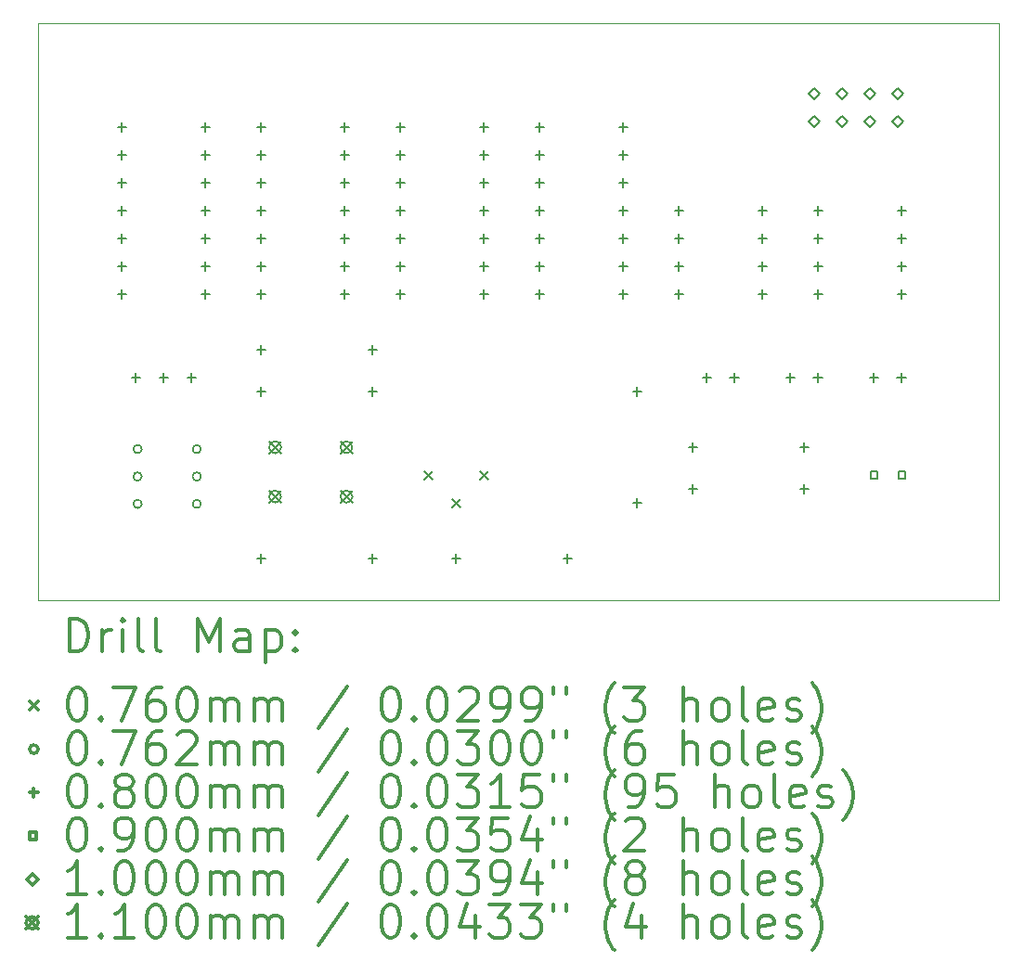
<source format=gbr>
%FSLAX45Y45*%
G04 Gerber Fmt 4.5, Leading zero omitted, Abs format (unit mm)*
G04 Created by KiCad (PCBNEW (5.1.10)-1) date 2023-01-28 17:34:13*
%MOMM*%
%LPD*%
G01*
G04 APERTURE LIST*
%TA.AperFunction,Profile*%
%ADD10C,0.050000*%
%TD*%
%ADD11C,0.200000*%
%ADD12C,0.300000*%
G04 APERTURE END LIST*
D10*
X10191750Y-6800850D02*
X10191750Y-6985000D01*
X18954750Y-6800850D02*
X10191750Y-6800850D01*
X18954750Y-6985000D02*
X18954750Y-6800850D01*
X18954750Y-6985000D02*
X18954750Y-11811000D01*
X10191750Y-12065000D02*
X10191750Y-11811000D01*
X18954750Y-11811000D02*
X18954750Y-12065000D01*
X10191750Y-11811000D02*
X10191750Y-6985000D01*
X18954750Y-12065000D02*
X10191750Y-12065000D01*
D11*
X13709750Y-10885500D02*
X13785750Y-10961500D01*
X13785750Y-10885500D02*
X13709750Y-10961500D01*
X13963750Y-11139500D02*
X14039750Y-11215500D01*
X14039750Y-11139500D02*
X13963750Y-11215500D01*
X14217750Y-10885500D02*
X14293750Y-10961500D01*
X14293750Y-10885500D02*
X14217750Y-10961500D01*
X11134600Y-10684700D02*
G75*
G03*
X11134600Y-10684700I-38100J0D01*
G01*
X11134600Y-10934700D02*
G75*
G03*
X11134600Y-10934700I-38100J0D01*
G01*
X11134600Y-11184700D02*
G75*
G03*
X11134600Y-11184700I-38100J0D01*
G01*
X11674600Y-10684700D02*
G75*
G03*
X11674600Y-10684700I-38100J0D01*
G01*
X11674600Y-10934700D02*
G75*
G03*
X11674600Y-10934700I-38100J0D01*
G01*
X11674600Y-11184700D02*
G75*
G03*
X11674600Y-11184700I-38100J0D01*
G01*
X10953750Y-7707000D02*
X10953750Y-7787000D01*
X10913750Y-7747000D02*
X10993750Y-7747000D01*
X10953750Y-7961000D02*
X10953750Y-8041000D01*
X10913750Y-8001000D02*
X10993750Y-8001000D01*
X10953750Y-8215000D02*
X10953750Y-8295000D01*
X10913750Y-8255000D02*
X10993750Y-8255000D01*
X10953750Y-8469000D02*
X10953750Y-8549000D01*
X10913750Y-8509000D02*
X10993750Y-8509000D01*
X10953750Y-8723000D02*
X10953750Y-8803000D01*
X10913750Y-8763000D02*
X10993750Y-8763000D01*
X10953750Y-8977000D02*
X10953750Y-9057000D01*
X10913750Y-9017000D02*
X10993750Y-9017000D01*
X10953750Y-9231000D02*
X10953750Y-9311000D01*
X10913750Y-9271000D02*
X10993750Y-9271000D01*
X11080750Y-9993000D02*
X11080750Y-10073000D01*
X11040750Y-10033000D02*
X11120750Y-10033000D01*
X11334750Y-9993000D02*
X11334750Y-10073000D01*
X11294750Y-10033000D02*
X11374750Y-10033000D01*
X11588750Y-9993000D02*
X11588750Y-10073000D01*
X11548750Y-10033000D02*
X11628750Y-10033000D01*
X11715750Y-7707000D02*
X11715750Y-7787000D01*
X11675750Y-7747000D02*
X11755750Y-7747000D01*
X11715750Y-7961000D02*
X11715750Y-8041000D01*
X11675750Y-8001000D02*
X11755750Y-8001000D01*
X11715750Y-8215000D02*
X11715750Y-8295000D01*
X11675750Y-8255000D02*
X11755750Y-8255000D01*
X11715750Y-8469000D02*
X11715750Y-8549000D01*
X11675750Y-8509000D02*
X11755750Y-8509000D01*
X11715750Y-8723000D02*
X11715750Y-8803000D01*
X11675750Y-8763000D02*
X11755750Y-8763000D01*
X11715750Y-8977000D02*
X11715750Y-9057000D01*
X11675750Y-9017000D02*
X11755750Y-9017000D01*
X11715750Y-9231000D02*
X11715750Y-9311000D01*
X11675750Y-9271000D02*
X11755750Y-9271000D01*
X12223750Y-7707000D02*
X12223750Y-7787000D01*
X12183750Y-7747000D02*
X12263750Y-7747000D01*
X12223750Y-7961000D02*
X12223750Y-8041000D01*
X12183750Y-8001000D02*
X12263750Y-8001000D01*
X12223750Y-8215000D02*
X12223750Y-8295000D01*
X12183750Y-8255000D02*
X12263750Y-8255000D01*
X12223750Y-8469000D02*
X12223750Y-8549000D01*
X12183750Y-8509000D02*
X12263750Y-8509000D01*
X12223750Y-8723000D02*
X12223750Y-8803000D01*
X12183750Y-8763000D02*
X12263750Y-8763000D01*
X12223750Y-8977000D02*
X12223750Y-9057000D01*
X12183750Y-9017000D02*
X12263750Y-9017000D01*
X12223750Y-9231000D02*
X12223750Y-9311000D01*
X12183750Y-9271000D02*
X12263750Y-9271000D01*
X12223750Y-9739000D02*
X12223750Y-9819000D01*
X12183750Y-9779000D02*
X12263750Y-9779000D01*
X12223750Y-10120000D02*
X12223750Y-10200000D01*
X12183750Y-10160000D02*
X12263750Y-10160000D01*
X12223750Y-11644000D02*
X12223750Y-11724000D01*
X12183750Y-11684000D02*
X12263750Y-11684000D01*
X12985750Y-7707000D02*
X12985750Y-7787000D01*
X12945750Y-7747000D02*
X13025750Y-7747000D01*
X12985750Y-7961000D02*
X12985750Y-8041000D01*
X12945750Y-8001000D02*
X13025750Y-8001000D01*
X12985750Y-8215000D02*
X12985750Y-8295000D01*
X12945750Y-8255000D02*
X13025750Y-8255000D01*
X12985750Y-8469000D02*
X12985750Y-8549000D01*
X12945750Y-8509000D02*
X13025750Y-8509000D01*
X12985750Y-8723000D02*
X12985750Y-8803000D01*
X12945750Y-8763000D02*
X13025750Y-8763000D01*
X12985750Y-8977000D02*
X12985750Y-9057000D01*
X12945750Y-9017000D02*
X13025750Y-9017000D01*
X12985750Y-9231000D02*
X12985750Y-9311000D01*
X12945750Y-9271000D02*
X13025750Y-9271000D01*
X13239750Y-9739000D02*
X13239750Y-9819000D01*
X13199750Y-9779000D02*
X13279750Y-9779000D01*
X13239750Y-10120000D02*
X13239750Y-10200000D01*
X13199750Y-10160000D02*
X13279750Y-10160000D01*
X13239750Y-11644000D02*
X13239750Y-11724000D01*
X13199750Y-11684000D02*
X13279750Y-11684000D01*
X13493750Y-7707000D02*
X13493750Y-7787000D01*
X13453750Y-7747000D02*
X13533750Y-7747000D01*
X13493750Y-7961000D02*
X13493750Y-8041000D01*
X13453750Y-8001000D02*
X13533750Y-8001000D01*
X13493750Y-8215000D02*
X13493750Y-8295000D01*
X13453750Y-8255000D02*
X13533750Y-8255000D01*
X13493750Y-8469000D02*
X13493750Y-8549000D01*
X13453750Y-8509000D02*
X13533750Y-8509000D01*
X13493750Y-8723000D02*
X13493750Y-8803000D01*
X13453750Y-8763000D02*
X13533750Y-8763000D01*
X13493750Y-8977000D02*
X13493750Y-9057000D01*
X13453750Y-9017000D02*
X13533750Y-9017000D01*
X13493750Y-9231000D02*
X13493750Y-9311000D01*
X13453750Y-9271000D02*
X13533750Y-9271000D01*
X14001750Y-11644000D02*
X14001750Y-11724000D01*
X13961750Y-11684000D02*
X14041750Y-11684000D01*
X14255750Y-7707000D02*
X14255750Y-7787000D01*
X14215750Y-7747000D02*
X14295750Y-7747000D01*
X14255750Y-7961000D02*
X14255750Y-8041000D01*
X14215750Y-8001000D02*
X14295750Y-8001000D01*
X14255750Y-8215000D02*
X14255750Y-8295000D01*
X14215750Y-8255000D02*
X14295750Y-8255000D01*
X14255750Y-8469000D02*
X14255750Y-8549000D01*
X14215750Y-8509000D02*
X14295750Y-8509000D01*
X14255750Y-8723000D02*
X14255750Y-8803000D01*
X14215750Y-8763000D02*
X14295750Y-8763000D01*
X14255750Y-8977000D02*
X14255750Y-9057000D01*
X14215750Y-9017000D02*
X14295750Y-9017000D01*
X14255750Y-9231000D02*
X14255750Y-9311000D01*
X14215750Y-9271000D02*
X14295750Y-9271000D01*
X14763750Y-7707000D02*
X14763750Y-7787000D01*
X14723750Y-7747000D02*
X14803750Y-7747000D01*
X14763750Y-7961000D02*
X14763750Y-8041000D01*
X14723750Y-8001000D02*
X14803750Y-8001000D01*
X14763750Y-8215000D02*
X14763750Y-8295000D01*
X14723750Y-8255000D02*
X14803750Y-8255000D01*
X14763750Y-8469000D02*
X14763750Y-8549000D01*
X14723750Y-8509000D02*
X14803750Y-8509000D01*
X14763750Y-8723000D02*
X14763750Y-8803000D01*
X14723750Y-8763000D02*
X14803750Y-8763000D01*
X14763750Y-8977000D02*
X14763750Y-9057000D01*
X14723750Y-9017000D02*
X14803750Y-9017000D01*
X14763750Y-9231000D02*
X14763750Y-9311000D01*
X14723750Y-9271000D02*
X14803750Y-9271000D01*
X15017750Y-11644000D02*
X15017750Y-11724000D01*
X14977750Y-11684000D02*
X15057750Y-11684000D01*
X15525750Y-7707000D02*
X15525750Y-7787000D01*
X15485750Y-7747000D02*
X15565750Y-7747000D01*
X15525750Y-7961000D02*
X15525750Y-8041000D01*
X15485750Y-8001000D02*
X15565750Y-8001000D01*
X15525750Y-8215000D02*
X15525750Y-8295000D01*
X15485750Y-8255000D02*
X15565750Y-8255000D01*
X15525750Y-8469000D02*
X15525750Y-8549000D01*
X15485750Y-8509000D02*
X15565750Y-8509000D01*
X15525750Y-8723000D02*
X15525750Y-8803000D01*
X15485750Y-8763000D02*
X15565750Y-8763000D01*
X15525750Y-8977000D02*
X15525750Y-9057000D01*
X15485750Y-9017000D02*
X15565750Y-9017000D01*
X15525750Y-9231000D02*
X15525750Y-9311000D01*
X15485750Y-9271000D02*
X15565750Y-9271000D01*
X15652750Y-10120000D02*
X15652750Y-10200000D01*
X15612750Y-10160000D02*
X15692750Y-10160000D01*
X15652750Y-11136000D02*
X15652750Y-11216000D01*
X15612750Y-11176000D02*
X15692750Y-11176000D01*
X16033750Y-8469000D02*
X16033750Y-8549000D01*
X15993750Y-8509000D02*
X16073750Y-8509000D01*
X16033750Y-8723000D02*
X16033750Y-8803000D01*
X15993750Y-8763000D02*
X16073750Y-8763000D01*
X16033750Y-8977000D02*
X16033750Y-9057000D01*
X15993750Y-9017000D02*
X16073750Y-9017000D01*
X16033750Y-9231000D02*
X16033750Y-9311000D01*
X15993750Y-9271000D02*
X16073750Y-9271000D01*
X16160750Y-10628000D02*
X16160750Y-10708000D01*
X16120750Y-10668000D02*
X16200750Y-10668000D01*
X16160750Y-11009000D02*
X16160750Y-11089000D01*
X16120750Y-11049000D02*
X16200750Y-11049000D01*
X16287750Y-9993000D02*
X16287750Y-10073000D01*
X16247750Y-10033000D02*
X16327750Y-10033000D01*
X16537750Y-9993000D02*
X16537750Y-10073000D01*
X16497750Y-10033000D02*
X16577750Y-10033000D01*
X16795750Y-8469000D02*
X16795750Y-8549000D01*
X16755750Y-8509000D02*
X16835750Y-8509000D01*
X16795750Y-8723000D02*
X16795750Y-8803000D01*
X16755750Y-8763000D02*
X16835750Y-8763000D01*
X16795750Y-8977000D02*
X16795750Y-9057000D01*
X16755750Y-9017000D02*
X16835750Y-9017000D01*
X16795750Y-9231000D02*
X16795750Y-9311000D01*
X16755750Y-9271000D02*
X16835750Y-9271000D01*
X17049750Y-9993000D02*
X17049750Y-10073000D01*
X17009750Y-10033000D02*
X17089750Y-10033000D01*
X17176750Y-10628000D02*
X17176750Y-10708000D01*
X17136750Y-10668000D02*
X17216750Y-10668000D01*
X17176750Y-11009000D02*
X17176750Y-11089000D01*
X17136750Y-11049000D02*
X17216750Y-11049000D01*
X17299750Y-9993000D02*
X17299750Y-10073000D01*
X17259750Y-10033000D02*
X17339750Y-10033000D01*
X17303750Y-8469000D02*
X17303750Y-8549000D01*
X17263750Y-8509000D02*
X17343750Y-8509000D01*
X17303750Y-8723000D02*
X17303750Y-8803000D01*
X17263750Y-8763000D02*
X17343750Y-8763000D01*
X17303750Y-8977000D02*
X17303750Y-9057000D01*
X17263750Y-9017000D02*
X17343750Y-9017000D01*
X17303750Y-9231000D02*
X17303750Y-9311000D01*
X17263750Y-9271000D02*
X17343750Y-9271000D01*
X17811750Y-9993000D02*
X17811750Y-10073000D01*
X17771750Y-10033000D02*
X17851750Y-10033000D01*
X18061750Y-9993000D02*
X18061750Y-10073000D01*
X18021750Y-10033000D02*
X18101750Y-10033000D01*
X18065750Y-8469000D02*
X18065750Y-8549000D01*
X18025750Y-8509000D02*
X18105750Y-8509000D01*
X18065750Y-8723000D02*
X18065750Y-8803000D01*
X18025750Y-8763000D02*
X18105750Y-8763000D01*
X18065750Y-8977000D02*
X18065750Y-9057000D01*
X18025750Y-9017000D02*
X18105750Y-9017000D01*
X18065750Y-9231000D02*
X18065750Y-9311000D01*
X18025750Y-9271000D02*
X18105750Y-9271000D01*
X17843570Y-10953820D02*
X17843570Y-10890180D01*
X17779930Y-10890180D01*
X17779930Y-10953820D01*
X17843570Y-10953820D01*
X18097570Y-10953820D02*
X18097570Y-10890180D01*
X18033930Y-10890180D01*
X18033930Y-10953820D01*
X18097570Y-10953820D01*
X17265650Y-7492200D02*
X17315650Y-7442200D01*
X17265650Y-7392200D01*
X17215650Y-7442200D01*
X17265650Y-7492200D01*
X17265650Y-7746200D02*
X17315650Y-7696200D01*
X17265650Y-7646200D01*
X17215650Y-7696200D01*
X17265650Y-7746200D01*
X17519650Y-7492200D02*
X17569650Y-7442200D01*
X17519650Y-7392200D01*
X17469650Y-7442200D01*
X17519650Y-7492200D01*
X17519650Y-7746200D02*
X17569650Y-7696200D01*
X17519650Y-7646200D01*
X17469650Y-7696200D01*
X17519650Y-7746200D01*
X17773650Y-7492200D02*
X17823650Y-7442200D01*
X17773650Y-7392200D01*
X17723650Y-7442200D01*
X17773650Y-7492200D01*
X17773650Y-7746200D02*
X17823650Y-7696200D01*
X17773650Y-7646200D01*
X17723650Y-7696200D01*
X17773650Y-7746200D01*
X18027650Y-7492200D02*
X18077650Y-7442200D01*
X18027650Y-7392200D01*
X17977650Y-7442200D01*
X18027650Y-7492200D01*
X18027650Y-7746200D02*
X18077650Y-7696200D01*
X18027650Y-7646200D01*
X17977650Y-7696200D01*
X18027650Y-7746200D01*
X12295750Y-10613000D02*
X12405750Y-10723000D01*
X12405750Y-10613000D02*
X12295750Y-10723000D01*
X12405750Y-10668000D02*
G75*
G03*
X12405750Y-10668000I-55000J0D01*
G01*
X12295750Y-11063000D02*
X12405750Y-11173000D01*
X12405750Y-11063000D02*
X12295750Y-11173000D01*
X12405750Y-11118000D02*
G75*
G03*
X12405750Y-11118000I-55000J0D01*
G01*
X12945750Y-10613000D02*
X13055750Y-10723000D01*
X13055750Y-10613000D02*
X12945750Y-10723000D01*
X13055750Y-10668000D02*
G75*
G03*
X13055750Y-10668000I-55000J0D01*
G01*
X12945750Y-11063000D02*
X13055750Y-11173000D01*
X13055750Y-11063000D02*
X12945750Y-11173000D01*
X13055750Y-11118000D02*
G75*
G03*
X13055750Y-11118000I-55000J0D01*
G01*
D12*
X10475678Y-12533214D02*
X10475678Y-12233214D01*
X10547107Y-12233214D01*
X10589964Y-12247500D01*
X10618536Y-12276071D01*
X10632821Y-12304643D01*
X10647107Y-12361786D01*
X10647107Y-12404643D01*
X10632821Y-12461786D01*
X10618536Y-12490357D01*
X10589964Y-12518929D01*
X10547107Y-12533214D01*
X10475678Y-12533214D01*
X10775678Y-12533214D02*
X10775678Y-12333214D01*
X10775678Y-12390357D02*
X10789964Y-12361786D01*
X10804250Y-12347500D01*
X10832821Y-12333214D01*
X10861393Y-12333214D01*
X10961393Y-12533214D02*
X10961393Y-12333214D01*
X10961393Y-12233214D02*
X10947107Y-12247500D01*
X10961393Y-12261786D01*
X10975678Y-12247500D01*
X10961393Y-12233214D01*
X10961393Y-12261786D01*
X11147107Y-12533214D02*
X11118536Y-12518929D01*
X11104250Y-12490357D01*
X11104250Y-12233214D01*
X11304250Y-12533214D02*
X11275678Y-12518929D01*
X11261393Y-12490357D01*
X11261393Y-12233214D01*
X11647107Y-12533214D02*
X11647107Y-12233214D01*
X11747107Y-12447500D01*
X11847107Y-12233214D01*
X11847107Y-12533214D01*
X12118536Y-12533214D02*
X12118536Y-12376071D01*
X12104250Y-12347500D01*
X12075678Y-12333214D01*
X12018536Y-12333214D01*
X11989964Y-12347500D01*
X12118536Y-12518929D02*
X12089964Y-12533214D01*
X12018536Y-12533214D01*
X11989964Y-12518929D01*
X11975678Y-12490357D01*
X11975678Y-12461786D01*
X11989964Y-12433214D01*
X12018536Y-12418929D01*
X12089964Y-12418929D01*
X12118536Y-12404643D01*
X12261393Y-12333214D02*
X12261393Y-12633214D01*
X12261393Y-12347500D02*
X12289964Y-12333214D01*
X12347107Y-12333214D01*
X12375678Y-12347500D01*
X12389964Y-12361786D01*
X12404250Y-12390357D01*
X12404250Y-12476071D01*
X12389964Y-12504643D01*
X12375678Y-12518929D01*
X12347107Y-12533214D01*
X12289964Y-12533214D01*
X12261393Y-12518929D01*
X12532821Y-12504643D02*
X12547107Y-12518929D01*
X12532821Y-12533214D01*
X12518536Y-12518929D01*
X12532821Y-12504643D01*
X12532821Y-12533214D01*
X12532821Y-12347500D02*
X12547107Y-12361786D01*
X12532821Y-12376071D01*
X12518536Y-12361786D01*
X12532821Y-12347500D01*
X12532821Y-12376071D01*
X10113250Y-12989500D02*
X10189250Y-13065500D01*
X10189250Y-12989500D02*
X10113250Y-13065500D01*
X10532821Y-12863214D02*
X10561393Y-12863214D01*
X10589964Y-12877500D01*
X10604250Y-12891786D01*
X10618536Y-12920357D01*
X10632821Y-12977500D01*
X10632821Y-13048929D01*
X10618536Y-13106071D01*
X10604250Y-13134643D01*
X10589964Y-13148929D01*
X10561393Y-13163214D01*
X10532821Y-13163214D01*
X10504250Y-13148929D01*
X10489964Y-13134643D01*
X10475678Y-13106071D01*
X10461393Y-13048929D01*
X10461393Y-12977500D01*
X10475678Y-12920357D01*
X10489964Y-12891786D01*
X10504250Y-12877500D01*
X10532821Y-12863214D01*
X10761393Y-13134643D02*
X10775678Y-13148929D01*
X10761393Y-13163214D01*
X10747107Y-13148929D01*
X10761393Y-13134643D01*
X10761393Y-13163214D01*
X10875678Y-12863214D02*
X11075678Y-12863214D01*
X10947107Y-13163214D01*
X11318536Y-12863214D02*
X11261393Y-12863214D01*
X11232821Y-12877500D01*
X11218536Y-12891786D01*
X11189964Y-12934643D01*
X11175678Y-12991786D01*
X11175678Y-13106071D01*
X11189964Y-13134643D01*
X11204250Y-13148929D01*
X11232821Y-13163214D01*
X11289964Y-13163214D01*
X11318536Y-13148929D01*
X11332821Y-13134643D01*
X11347107Y-13106071D01*
X11347107Y-13034643D01*
X11332821Y-13006071D01*
X11318536Y-12991786D01*
X11289964Y-12977500D01*
X11232821Y-12977500D01*
X11204250Y-12991786D01*
X11189964Y-13006071D01*
X11175678Y-13034643D01*
X11532821Y-12863214D02*
X11561393Y-12863214D01*
X11589964Y-12877500D01*
X11604250Y-12891786D01*
X11618536Y-12920357D01*
X11632821Y-12977500D01*
X11632821Y-13048929D01*
X11618536Y-13106071D01*
X11604250Y-13134643D01*
X11589964Y-13148929D01*
X11561393Y-13163214D01*
X11532821Y-13163214D01*
X11504250Y-13148929D01*
X11489964Y-13134643D01*
X11475678Y-13106071D01*
X11461393Y-13048929D01*
X11461393Y-12977500D01*
X11475678Y-12920357D01*
X11489964Y-12891786D01*
X11504250Y-12877500D01*
X11532821Y-12863214D01*
X11761393Y-13163214D02*
X11761393Y-12963214D01*
X11761393Y-12991786D02*
X11775678Y-12977500D01*
X11804250Y-12963214D01*
X11847107Y-12963214D01*
X11875678Y-12977500D01*
X11889964Y-13006071D01*
X11889964Y-13163214D01*
X11889964Y-13006071D02*
X11904250Y-12977500D01*
X11932821Y-12963214D01*
X11975678Y-12963214D01*
X12004250Y-12977500D01*
X12018536Y-13006071D01*
X12018536Y-13163214D01*
X12161393Y-13163214D02*
X12161393Y-12963214D01*
X12161393Y-12991786D02*
X12175678Y-12977500D01*
X12204250Y-12963214D01*
X12247107Y-12963214D01*
X12275678Y-12977500D01*
X12289964Y-13006071D01*
X12289964Y-13163214D01*
X12289964Y-13006071D02*
X12304250Y-12977500D01*
X12332821Y-12963214D01*
X12375678Y-12963214D01*
X12404250Y-12977500D01*
X12418536Y-13006071D01*
X12418536Y-13163214D01*
X13004250Y-12848929D02*
X12747107Y-13234643D01*
X13389964Y-12863214D02*
X13418536Y-12863214D01*
X13447107Y-12877500D01*
X13461393Y-12891786D01*
X13475678Y-12920357D01*
X13489964Y-12977500D01*
X13489964Y-13048929D01*
X13475678Y-13106071D01*
X13461393Y-13134643D01*
X13447107Y-13148929D01*
X13418536Y-13163214D01*
X13389964Y-13163214D01*
X13361393Y-13148929D01*
X13347107Y-13134643D01*
X13332821Y-13106071D01*
X13318536Y-13048929D01*
X13318536Y-12977500D01*
X13332821Y-12920357D01*
X13347107Y-12891786D01*
X13361393Y-12877500D01*
X13389964Y-12863214D01*
X13618536Y-13134643D02*
X13632821Y-13148929D01*
X13618536Y-13163214D01*
X13604250Y-13148929D01*
X13618536Y-13134643D01*
X13618536Y-13163214D01*
X13818536Y-12863214D02*
X13847107Y-12863214D01*
X13875678Y-12877500D01*
X13889964Y-12891786D01*
X13904250Y-12920357D01*
X13918536Y-12977500D01*
X13918536Y-13048929D01*
X13904250Y-13106071D01*
X13889964Y-13134643D01*
X13875678Y-13148929D01*
X13847107Y-13163214D01*
X13818536Y-13163214D01*
X13789964Y-13148929D01*
X13775678Y-13134643D01*
X13761393Y-13106071D01*
X13747107Y-13048929D01*
X13747107Y-12977500D01*
X13761393Y-12920357D01*
X13775678Y-12891786D01*
X13789964Y-12877500D01*
X13818536Y-12863214D01*
X14032821Y-12891786D02*
X14047107Y-12877500D01*
X14075678Y-12863214D01*
X14147107Y-12863214D01*
X14175678Y-12877500D01*
X14189964Y-12891786D01*
X14204250Y-12920357D01*
X14204250Y-12948929D01*
X14189964Y-12991786D01*
X14018536Y-13163214D01*
X14204250Y-13163214D01*
X14347107Y-13163214D02*
X14404250Y-13163214D01*
X14432821Y-13148929D01*
X14447107Y-13134643D01*
X14475678Y-13091786D01*
X14489964Y-13034643D01*
X14489964Y-12920357D01*
X14475678Y-12891786D01*
X14461393Y-12877500D01*
X14432821Y-12863214D01*
X14375678Y-12863214D01*
X14347107Y-12877500D01*
X14332821Y-12891786D01*
X14318536Y-12920357D01*
X14318536Y-12991786D01*
X14332821Y-13020357D01*
X14347107Y-13034643D01*
X14375678Y-13048929D01*
X14432821Y-13048929D01*
X14461393Y-13034643D01*
X14475678Y-13020357D01*
X14489964Y-12991786D01*
X14632821Y-13163214D02*
X14689964Y-13163214D01*
X14718536Y-13148929D01*
X14732821Y-13134643D01*
X14761393Y-13091786D01*
X14775678Y-13034643D01*
X14775678Y-12920357D01*
X14761393Y-12891786D01*
X14747107Y-12877500D01*
X14718536Y-12863214D01*
X14661393Y-12863214D01*
X14632821Y-12877500D01*
X14618536Y-12891786D01*
X14604250Y-12920357D01*
X14604250Y-12991786D01*
X14618536Y-13020357D01*
X14632821Y-13034643D01*
X14661393Y-13048929D01*
X14718536Y-13048929D01*
X14747107Y-13034643D01*
X14761393Y-13020357D01*
X14775678Y-12991786D01*
X14889964Y-12863214D02*
X14889964Y-12920357D01*
X15004250Y-12863214D02*
X15004250Y-12920357D01*
X15447107Y-13277500D02*
X15432821Y-13263214D01*
X15404250Y-13220357D01*
X15389964Y-13191786D01*
X15375678Y-13148929D01*
X15361393Y-13077500D01*
X15361393Y-13020357D01*
X15375678Y-12948929D01*
X15389964Y-12906071D01*
X15404250Y-12877500D01*
X15432821Y-12834643D01*
X15447107Y-12820357D01*
X15532821Y-12863214D02*
X15718536Y-12863214D01*
X15618536Y-12977500D01*
X15661393Y-12977500D01*
X15689964Y-12991786D01*
X15704250Y-13006071D01*
X15718536Y-13034643D01*
X15718536Y-13106071D01*
X15704250Y-13134643D01*
X15689964Y-13148929D01*
X15661393Y-13163214D01*
X15575678Y-13163214D01*
X15547107Y-13148929D01*
X15532821Y-13134643D01*
X16075678Y-13163214D02*
X16075678Y-12863214D01*
X16204250Y-13163214D02*
X16204250Y-13006071D01*
X16189964Y-12977500D01*
X16161393Y-12963214D01*
X16118536Y-12963214D01*
X16089964Y-12977500D01*
X16075678Y-12991786D01*
X16389964Y-13163214D02*
X16361393Y-13148929D01*
X16347107Y-13134643D01*
X16332821Y-13106071D01*
X16332821Y-13020357D01*
X16347107Y-12991786D01*
X16361393Y-12977500D01*
X16389964Y-12963214D01*
X16432821Y-12963214D01*
X16461393Y-12977500D01*
X16475678Y-12991786D01*
X16489964Y-13020357D01*
X16489964Y-13106071D01*
X16475678Y-13134643D01*
X16461393Y-13148929D01*
X16432821Y-13163214D01*
X16389964Y-13163214D01*
X16661393Y-13163214D02*
X16632821Y-13148929D01*
X16618536Y-13120357D01*
X16618536Y-12863214D01*
X16889964Y-13148929D02*
X16861393Y-13163214D01*
X16804250Y-13163214D01*
X16775678Y-13148929D01*
X16761393Y-13120357D01*
X16761393Y-13006071D01*
X16775678Y-12977500D01*
X16804250Y-12963214D01*
X16861393Y-12963214D01*
X16889964Y-12977500D01*
X16904250Y-13006071D01*
X16904250Y-13034643D01*
X16761393Y-13063214D01*
X17018536Y-13148929D02*
X17047107Y-13163214D01*
X17104250Y-13163214D01*
X17132821Y-13148929D01*
X17147107Y-13120357D01*
X17147107Y-13106071D01*
X17132821Y-13077500D01*
X17104250Y-13063214D01*
X17061393Y-13063214D01*
X17032821Y-13048929D01*
X17018536Y-13020357D01*
X17018536Y-13006071D01*
X17032821Y-12977500D01*
X17061393Y-12963214D01*
X17104250Y-12963214D01*
X17132821Y-12977500D01*
X17247107Y-13277500D02*
X17261393Y-13263214D01*
X17289964Y-13220357D01*
X17304250Y-13191786D01*
X17318536Y-13148929D01*
X17332821Y-13077500D01*
X17332821Y-13020357D01*
X17318536Y-12948929D01*
X17304250Y-12906071D01*
X17289964Y-12877500D01*
X17261393Y-12834643D01*
X17247107Y-12820357D01*
X10189250Y-13423500D02*
G75*
G03*
X10189250Y-13423500I-38100J0D01*
G01*
X10532821Y-13259214D02*
X10561393Y-13259214D01*
X10589964Y-13273500D01*
X10604250Y-13287786D01*
X10618536Y-13316357D01*
X10632821Y-13373500D01*
X10632821Y-13444929D01*
X10618536Y-13502071D01*
X10604250Y-13530643D01*
X10589964Y-13544929D01*
X10561393Y-13559214D01*
X10532821Y-13559214D01*
X10504250Y-13544929D01*
X10489964Y-13530643D01*
X10475678Y-13502071D01*
X10461393Y-13444929D01*
X10461393Y-13373500D01*
X10475678Y-13316357D01*
X10489964Y-13287786D01*
X10504250Y-13273500D01*
X10532821Y-13259214D01*
X10761393Y-13530643D02*
X10775678Y-13544929D01*
X10761393Y-13559214D01*
X10747107Y-13544929D01*
X10761393Y-13530643D01*
X10761393Y-13559214D01*
X10875678Y-13259214D02*
X11075678Y-13259214D01*
X10947107Y-13559214D01*
X11318536Y-13259214D02*
X11261393Y-13259214D01*
X11232821Y-13273500D01*
X11218536Y-13287786D01*
X11189964Y-13330643D01*
X11175678Y-13387786D01*
X11175678Y-13502071D01*
X11189964Y-13530643D01*
X11204250Y-13544929D01*
X11232821Y-13559214D01*
X11289964Y-13559214D01*
X11318536Y-13544929D01*
X11332821Y-13530643D01*
X11347107Y-13502071D01*
X11347107Y-13430643D01*
X11332821Y-13402071D01*
X11318536Y-13387786D01*
X11289964Y-13373500D01*
X11232821Y-13373500D01*
X11204250Y-13387786D01*
X11189964Y-13402071D01*
X11175678Y-13430643D01*
X11461393Y-13287786D02*
X11475678Y-13273500D01*
X11504250Y-13259214D01*
X11575678Y-13259214D01*
X11604250Y-13273500D01*
X11618536Y-13287786D01*
X11632821Y-13316357D01*
X11632821Y-13344929D01*
X11618536Y-13387786D01*
X11447107Y-13559214D01*
X11632821Y-13559214D01*
X11761393Y-13559214D02*
X11761393Y-13359214D01*
X11761393Y-13387786D02*
X11775678Y-13373500D01*
X11804250Y-13359214D01*
X11847107Y-13359214D01*
X11875678Y-13373500D01*
X11889964Y-13402071D01*
X11889964Y-13559214D01*
X11889964Y-13402071D02*
X11904250Y-13373500D01*
X11932821Y-13359214D01*
X11975678Y-13359214D01*
X12004250Y-13373500D01*
X12018536Y-13402071D01*
X12018536Y-13559214D01*
X12161393Y-13559214D02*
X12161393Y-13359214D01*
X12161393Y-13387786D02*
X12175678Y-13373500D01*
X12204250Y-13359214D01*
X12247107Y-13359214D01*
X12275678Y-13373500D01*
X12289964Y-13402071D01*
X12289964Y-13559214D01*
X12289964Y-13402071D02*
X12304250Y-13373500D01*
X12332821Y-13359214D01*
X12375678Y-13359214D01*
X12404250Y-13373500D01*
X12418536Y-13402071D01*
X12418536Y-13559214D01*
X13004250Y-13244929D02*
X12747107Y-13630643D01*
X13389964Y-13259214D02*
X13418536Y-13259214D01*
X13447107Y-13273500D01*
X13461393Y-13287786D01*
X13475678Y-13316357D01*
X13489964Y-13373500D01*
X13489964Y-13444929D01*
X13475678Y-13502071D01*
X13461393Y-13530643D01*
X13447107Y-13544929D01*
X13418536Y-13559214D01*
X13389964Y-13559214D01*
X13361393Y-13544929D01*
X13347107Y-13530643D01*
X13332821Y-13502071D01*
X13318536Y-13444929D01*
X13318536Y-13373500D01*
X13332821Y-13316357D01*
X13347107Y-13287786D01*
X13361393Y-13273500D01*
X13389964Y-13259214D01*
X13618536Y-13530643D02*
X13632821Y-13544929D01*
X13618536Y-13559214D01*
X13604250Y-13544929D01*
X13618536Y-13530643D01*
X13618536Y-13559214D01*
X13818536Y-13259214D02*
X13847107Y-13259214D01*
X13875678Y-13273500D01*
X13889964Y-13287786D01*
X13904250Y-13316357D01*
X13918536Y-13373500D01*
X13918536Y-13444929D01*
X13904250Y-13502071D01*
X13889964Y-13530643D01*
X13875678Y-13544929D01*
X13847107Y-13559214D01*
X13818536Y-13559214D01*
X13789964Y-13544929D01*
X13775678Y-13530643D01*
X13761393Y-13502071D01*
X13747107Y-13444929D01*
X13747107Y-13373500D01*
X13761393Y-13316357D01*
X13775678Y-13287786D01*
X13789964Y-13273500D01*
X13818536Y-13259214D01*
X14018536Y-13259214D02*
X14204250Y-13259214D01*
X14104250Y-13373500D01*
X14147107Y-13373500D01*
X14175678Y-13387786D01*
X14189964Y-13402071D01*
X14204250Y-13430643D01*
X14204250Y-13502071D01*
X14189964Y-13530643D01*
X14175678Y-13544929D01*
X14147107Y-13559214D01*
X14061393Y-13559214D01*
X14032821Y-13544929D01*
X14018536Y-13530643D01*
X14389964Y-13259214D02*
X14418536Y-13259214D01*
X14447107Y-13273500D01*
X14461393Y-13287786D01*
X14475678Y-13316357D01*
X14489964Y-13373500D01*
X14489964Y-13444929D01*
X14475678Y-13502071D01*
X14461393Y-13530643D01*
X14447107Y-13544929D01*
X14418536Y-13559214D01*
X14389964Y-13559214D01*
X14361393Y-13544929D01*
X14347107Y-13530643D01*
X14332821Y-13502071D01*
X14318536Y-13444929D01*
X14318536Y-13373500D01*
X14332821Y-13316357D01*
X14347107Y-13287786D01*
X14361393Y-13273500D01*
X14389964Y-13259214D01*
X14675678Y-13259214D02*
X14704250Y-13259214D01*
X14732821Y-13273500D01*
X14747107Y-13287786D01*
X14761393Y-13316357D01*
X14775678Y-13373500D01*
X14775678Y-13444929D01*
X14761393Y-13502071D01*
X14747107Y-13530643D01*
X14732821Y-13544929D01*
X14704250Y-13559214D01*
X14675678Y-13559214D01*
X14647107Y-13544929D01*
X14632821Y-13530643D01*
X14618536Y-13502071D01*
X14604250Y-13444929D01*
X14604250Y-13373500D01*
X14618536Y-13316357D01*
X14632821Y-13287786D01*
X14647107Y-13273500D01*
X14675678Y-13259214D01*
X14889964Y-13259214D02*
X14889964Y-13316357D01*
X15004250Y-13259214D02*
X15004250Y-13316357D01*
X15447107Y-13673500D02*
X15432821Y-13659214D01*
X15404250Y-13616357D01*
X15389964Y-13587786D01*
X15375678Y-13544929D01*
X15361393Y-13473500D01*
X15361393Y-13416357D01*
X15375678Y-13344929D01*
X15389964Y-13302071D01*
X15404250Y-13273500D01*
X15432821Y-13230643D01*
X15447107Y-13216357D01*
X15689964Y-13259214D02*
X15632821Y-13259214D01*
X15604250Y-13273500D01*
X15589964Y-13287786D01*
X15561393Y-13330643D01*
X15547107Y-13387786D01*
X15547107Y-13502071D01*
X15561393Y-13530643D01*
X15575678Y-13544929D01*
X15604250Y-13559214D01*
X15661393Y-13559214D01*
X15689964Y-13544929D01*
X15704250Y-13530643D01*
X15718536Y-13502071D01*
X15718536Y-13430643D01*
X15704250Y-13402071D01*
X15689964Y-13387786D01*
X15661393Y-13373500D01*
X15604250Y-13373500D01*
X15575678Y-13387786D01*
X15561393Y-13402071D01*
X15547107Y-13430643D01*
X16075678Y-13559214D02*
X16075678Y-13259214D01*
X16204250Y-13559214D02*
X16204250Y-13402071D01*
X16189964Y-13373500D01*
X16161393Y-13359214D01*
X16118536Y-13359214D01*
X16089964Y-13373500D01*
X16075678Y-13387786D01*
X16389964Y-13559214D02*
X16361393Y-13544929D01*
X16347107Y-13530643D01*
X16332821Y-13502071D01*
X16332821Y-13416357D01*
X16347107Y-13387786D01*
X16361393Y-13373500D01*
X16389964Y-13359214D01*
X16432821Y-13359214D01*
X16461393Y-13373500D01*
X16475678Y-13387786D01*
X16489964Y-13416357D01*
X16489964Y-13502071D01*
X16475678Y-13530643D01*
X16461393Y-13544929D01*
X16432821Y-13559214D01*
X16389964Y-13559214D01*
X16661393Y-13559214D02*
X16632821Y-13544929D01*
X16618536Y-13516357D01*
X16618536Y-13259214D01*
X16889964Y-13544929D02*
X16861393Y-13559214D01*
X16804250Y-13559214D01*
X16775678Y-13544929D01*
X16761393Y-13516357D01*
X16761393Y-13402071D01*
X16775678Y-13373500D01*
X16804250Y-13359214D01*
X16861393Y-13359214D01*
X16889964Y-13373500D01*
X16904250Y-13402071D01*
X16904250Y-13430643D01*
X16761393Y-13459214D01*
X17018536Y-13544929D02*
X17047107Y-13559214D01*
X17104250Y-13559214D01*
X17132821Y-13544929D01*
X17147107Y-13516357D01*
X17147107Y-13502071D01*
X17132821Y-13473500D01*
X17104250Y-13459214D01*
X17061393Y-13459214D01*
X17032821Y-13444929D01*
X17018536Y-13416357D01*
X17018536Y-13402071D01*
X17032821Y-13373500D01*
X17061393Y-13359214D01*
X17104250Y-13359214D01*
X17132821Y-13373500D01*
X17247107Y-13673500D02*
X17261393Y-13659214D01*
X17289964Y-13616357D01*
X17304250Y-13587786D01*
X17318536Y-13544929D01*
X17332821Y-13473500D01*
X17332821Y-13416357D01*
X17318536Y-13344929D01*
X17304250Y-13302071D01*
X17289964Y-13273500D01*
X17261393Y-13230643D01*
X17247107Y-13216357D01*
X10149250Y-13779500D02*
X10149250Y-13859500D01*
X10109250Y-13819500D02*
X10189250Y-13819500D01*
X10532821Y-13655214D02*
X10561393Y-13655214D01*
X10589964Y-13669500D01*
X10604250Y-13683786D01*
X10618536Y-13712357D01*
X10632821Y-13769500D01*
X10632821Y-13840929D01*
X10618536Y-13898071D01*
X10604250Y-13926643D01*
X10589964Y-13940929D01*
X10561393Y-13955214D01*
X10532821Y-13955214D01*
X10504250Y-13940929D01*
X10489964Y-13926643D01*
X10475678Y-13898071D01*
X10461393Y-13840929D01*
X10461393Y-13769500D01*
X10475678Y-13712357D01*
X10489964Y-13683786D01*
X10504250Y-13669500D01*
X10532821Y-13655214D01*
X10761393Y-13926643D02*
X10775678Y-13940929D01*
X10761393Y-13955214D01*
X10747107Y-13940929D01*
X10761393Y-13926643D01*
X10761393Y-13955214D01*
X10947107Y-13783786D02*
X10918536Y-13769500D01*
X10904250Y-13755214D01*
X10889964Y-13726643D01*
X10889964Y-13712357D01*
X10904250Y-13683786D01*
X10918536Y-13669500D01*
X10947107Y-13655214D01*
X11004250Y-13655214D01*
X11032821Y-13669500D01*
X11047107Y-13683786D01*
X11061393Y-13712357D01*
X11061393Y-13726643D01*
X11047107Y-13755214D01*
X11032821Y-13769500D01*
X11004250Y-13783786D01*
X10947107Y-13783786D01*
X10918536Y-13798071D01*
X10904250Y-13812357D01*
X10889964Y-13840929D01*
X10889964Y-13898071D01*
X10904250Y-13926643D01*
X10918536Y-13940929D01*
X10947107Y-13955214D01*
X11004250Y-13955214D01*
X11032821Y-13940929D01*
X11047107Y-13926643D01*
X11061393Y-13898071D01*
X11061393Y-13840929D01*
X11047107Y-13812357D01*
X11032821Y-13798071D01*
X11004250Y-13783786D01*
X11247107Y-13655214D02*
X11275678Y-13655214D01*
X11304250Y-13669500D01*
X11318536Y-13683786D01*
X11332821Y-13712357D01*
X11347107Y-13769500D01*
X11347107Y-13840929D01*
X11332821Y-13898071D01*
X11318536Y-13926643D01*
X11304250Y-13940929D01*
X11275678Y-13955214D01*
X11247107Y-13955214D01*
X11218536Y-13940929D01*
X11204250Y-13926643D01*
X11189964Y-13898071D01*
X11175678Y-13840929D01*
X11175678Y-13769500D01*
X11189964Y-13712357D01*
X11204250Y-13683786D01*
X11218536Y-13669500D01*
X11247107Y-13655214D01*
X11532821Y-13655214D02*
X11561393Y-13655214D01*
X11589964Y-13669500D01*
X11604250Y-13683786D01*
X11618536Y-13712357D01*
X11632821Y-13769500D01*
X11632821Y-13840929D01*
X11618536Y-13898071D01*
X11604250Y-13926643D01*
X11589964Y-13940929D01*
X11561393Y-13955214D01*
X11532821Y-13955214D01*
X11504250Y-13940929D01*
X11489964Y-13926643D01*
X11475678Y-13898071D01*
X11461393Y-13840929D01*
X11461393Y-13769500D01*
X11475678Y-13712357D01*
X11489964Y-13683786D01*
X11504250Y-13669500D01*
X11532821Y-13655214D01*
X11761393Y-13955214D02*
X11761393Y-13755214D01*
X11761393Y-13783786D02*
X11775678Y-13769500D01*
X11804250Y-13755214D01*
X11847107Y-13755214D01*
X11875678Y-13769500D01*
X11889964Y-13798071D01*
X11889964Y-13955214D01*
X11889964Y-13798071D02*
X11904250Y-13769500D01*
X11932821Y-13755214D01*
X11975678Y-13755214D01*
X12004250Y-13769500D01*
X12018536Y-13798071D01*
X12018536Y-13955214D01*
X12161393Y-13955214D02*
X12161393Y-13755214D01*
X12161393Y-13783786D02*
X12175678Y-13769500D01*
X12204250Y-13755214D01*
X12247107Y-13755214D01*
X12275678Y-13769500D01*
X12289964Y-13798071D01*
X12289964Y-13955214D01*
X12289964Y-13798071D02*
X12304250Y-13769500D01*
X12332821Y-13755214D01*
X12375678Y-13755214D01*
X12404250Y-13769500D01*
X12418536Y-13798071D01*
X12418536Y-13955214D01*
X13004250Y-13640929D02*
X12747107Y-14026643D01*
X13389964Y-13655214D02*
X13418536Y-13655214D01*
X13447107Y-13669500D01*
X13461393Y-13683786D01*
X13475678Y-13712357D01*
X13489964Y-13769500D01*
X13489964Y-13840929D01*
X13475678Y-13898071D01*
X13461393Y-13926643D01*
X13447107Y-13940929D01*
X13418536Y-13955214D01*
X13389964Y-13955214D01*
X13361393Y-13940929D01*
X13347107Y-13926643D01*
X13332821Y-13898071D01*
X13318536Y-13840929D01*
X13318536Y-13769500D01*
X13332821Y-13712357D01*
X13347107Y-13683786D01*
X13361393Y-13669500D01*
X13389964Y-13655214D01*
X13618536Y-13926643D02*
X13632821Y-13940929D01*
X13618536Y-13955214D01*
X13604250Y-13940929D01*
X13618536Y-13926643D01*
X13618536Y-13955214D01*
X13818536Y-13655214D02*
X13847107Y-13655214D01*
X13875678Y-13669500D01*
X13889964Y-13683786D01*
X13904250Y-13712357D01*
X13918536Y-13769500D01*
X13918536Y-13840929D01*
X13904250Y-13898071D01*
X13889964Y-13926643D01*
X13875678Y-13940929D01*
X13847107Y-13955214D01*
X13818536Y-13955214D01*
X13789964Y-13940929D01*
X13775678Y-13926643D01*
X13761393Y-13898071D01*
X13747107Y-13840929D01*
X13747107Y-13769500D01*
X13761393Y-13712357D01*
X13775678Y-13683786D01*
X13789964Y-13669500D01*
X13818536Y-13655214D01*
X14018536Y-13655214D02*
X14204250Y-13655214D01*
X14104250Y-13769500D01*
X14147107Y-13769500D01*
X14175678Y-13783786D01*
X14189964Y-13798071D01*
X14204250Y-13826643D01*
X14204250Y-13898071D01*
X14189964Y-13926643D01*
X14175678Y-13940929D01*
X14147107Y-13955214D01*
X14061393Y-13955214D01*
X14032821Y-13940929D01*
X14018536Y-13926643D01*
X14489964Y-13955214D02*
X14318536Y-13955214D01*
X14404250Y-13955214D02*
X14404250Y-13655214D01*
X14375678Y-13698071D01*
X14347107Y-13726643D01*
X14318536Y-13740929D01*
X14761393Y-13655214D02*
X14618536Y-13655214D01*
X14604250Y-13798071D01*
X14618536Y-13783786D01*
X14647107Y-13769500D01*
X14718536Y-13769500D01*
X14747107Y-13783786D01*
X14761393Y-13798071D01*
X14775678Y-13826643D01*
X14775678Y-13898071D01*
X14761393Y-13926643D01*
X14747107Y-13940929D01*
X14718536Y-13955214D01*
X14647107Y-13955214D01*
X14618536Y-13940929D01*
X14604250Y-13926643D01*
X14889964Y-13655214D02*
X14889964Y-13712357D01*
X15004250Y-13655214D02*
X15004250Y-13712357D01*
X15447107Y-14069500D02*
X15432821Y-14055214D01*
X15404250Y-14012357D01*
X15389964Y-13983786D01*
X15375678Y-13940929D01*
X15361393Y-13869500D01*
X15361393Y-13812357D01*
X15375678Y-13740929D01*
X15389964Y-13698071D01*
X15404250Y-13669500D01*
X15432821Y-13626643D01*
X15447107Y-13612357D01*
X15575678Y-13955214D02*
X15632821Y-13955214D01*
X15661393Y-13940929D01*
X15675678Y-13926643D01*
X15704250Y-13883786D01*
X15718536Y-13826643D01*
X15718536Y-13712357D01*
X15704250Y-13683786D01*
X15689964Y-13669500D01*
X15661393Y-13655214D01*
X15604250Y-13655214D01*
X15575678Y-13669500D01*
X15561393Y-13683786D01*
X15547107Y-13712357D01*
X15547107Y-13783786D01*
X15561393Y-13812357D01*
X15575678Y-13826643D01*
X15604250Y-13840929D01*
X15661393Y-13840929D01*
X15689964Y-13826643D01*
X15704250Y-13812357D01*
X15718536Y-13783786D01*
X15989964Y-13655214D02*
X15847107Y-13655214D01*
X15832821Y-13798071D01*
X15847107Y-13783786D01*
X15875678Y-13769500D01*
X15947107Y-13769500D01*
X15975678Y-13783786D01*
X15989964Y-13798071D01*
X16004250Y-13826643D01*
X16004250Y-13898071D01*
X15989964Y-13926643D01*
X15975678Y-13940929D01*
X15947107Y-13955214D01*
X15875678Y-13955214D01*
X15847107Y-13940929D01*
X15832821Y-13926643D01*
X16361393Y-13955214D02*
X16361393Y-13655214D01*
X16489964Y-13955214D02*
X16489964Y-13798071D01*
X16475678Y-13769500D01*
X16447107Y-13755214D01*
X16404250Y-13755214D01*
X16375678Y-13769500D01*
X16361393Y-13783786D01*
X16675678Y-13955214D02*
X16647107Y-13940929D01*
X16632821Y-13926643D01*
X16618536Y-13898071D01*
X16618536Y-13812357D01*
X16632821Y-13783786D01*
X16647107Y-13769500D01*
X16675678Y-13755214D01*
X16718536Y-13755214D01*
X16747107Y-13769500D01*
X16761393Y-13783786D01*
X16775678Y-13812357D01*
X16775678Y-13898071D01*
X16761393Y-13926643D01*
X16747107Y-13940929D01*
X16718536Y-13955214D01*
X16675678Y-13955214D01*
X16947107Y-13955214D02*
X16918536Y-13940929D01*
X16904250Y-13912357D01*
X16904250Y-13655214D01*
X17175678Y-13940929D02*
X17147107Y-13955214D01*
X17089964Y-13955214D01*
X17061393Y-13940929D01*
X17047107Y-13912357D01*
X17047107Y-13798071D01*
X17061393Y-13769500D01*
X17089964Y-13755214D01*
X17147107Y-13755214D01*
X17175678Y-13769500D01*
X17189964Y-13798071D01*
X17189964Y-13826643D01*
X17047107Y-13855214D01*
X17304250Y-13940929D02*
X17332821Y-13955214D01*
X17389964Y-13955214D01*
X17418536Y-13940929D01*
X17432821Y-13912357D01*
X17432821Y-13898071D01*
X17418536Y-13869500D01*
X17389964Y-13855214D01*
X17347107Y-13855214D01*
X17318536Y-13840929D01*
X17304250Y-13812357D01*
X17304250Y-13798071D01*
X17318536Y-13769500D01*
X17347107Y-13755214D01*
X17389964Y-13755214D01*
X17418536Y-13769500D01*
X17532821Y-14069500D02*
X17547107Y-14055214D01*
X17575678Y-14012357D01*
X17589964Y-13983786D01*
X17604250Y-13940929D01*
X17618536Y-13869500D01*
X17618536Y-13812357D01*
X17604250Y-13740929D01*
X17589964Y-13698071D01*
X17575678Y-13669500D01*
X17547107Y-13626643D01*
X17532821Y-13612357D01*
X10176070Y-14247320D02*
X10176070Y-14183680D01*
X10112430Y-14183680D01*
X10112430Y-14247320D01*
X10176070Y-14247320D01*
X10532821Y-14051214D02*
X10561393Y-14051214D01*
X10589964Y-14065500D01*
X10604250Y-14079786D01*
X10618536Y-14108357D01*
X10632821Y-14165500D01*
X10632821Y-14236929D01*
X10618536Y-14294071D01*
X10604250Y-14322643D01*
X10589964Y-14336929D01*
X10561393Y-14351214D01*
X10532821Y-14351214D01*
X10504250Y-14336929D01*
X10489964Y-14322643D01*
X10475678Y-14294071D01*
X10461393Y-14236929D01*
X10461393Y-14165500D01*
X10475678Y-14108357D01*
X10489964Y-14079786D01*
X10504250Y-14065500D01*
X10532821Y-14051214D01*
X10761393Y-14322643D02*
X10775678Y-14336929D01*
X10761393Y-14351214D01*
X10747107Y-14336929D01*
X10761393Y-14322643D01*
X10761393Y-14351214D01*
X10918536Y-14351214D02*
X10975678Y-14351214D01*
X11004250Y-14336929D01*
X11018536Y-14322643D01*
X11047107Y-14279786D01*
X11061393Y-14222643D01*
X11061393Y-14108357D01*
X11047107Y-14079786D01*
X11032821Y-14065500D01*
X11004250Y-14051214D01*
X10947107Y-14051214D01*
X10918536Y-14065500D01*
X10904250Y-14079786D01*
X10889964Y-14108357D01*
X10889964Y-14179786D01*
X10904250Y-14208357D01*
X10918536Y-14222643D01*
X10947107Y-14236929D01*
X11004250Y-14236929D01*
X11032821Y-14222643D01*
X11047107Y-14208357D01*
X11061393Y-14179786D01*
X11247107Y-14051214D02*
X11275678Y-14051214D01*
X11304250Y-14065500D01*
X11318536Y-14079786D01*
X11332821Y-14108357D01*
X11347107Y-14165500D01*
X11347107Y-14236929D01*
X11332821Y-14294071D01*
X11318536Y-14322643D01*
X11304250Y-14336929D01*
X11275678Y-14351214D01*
X11247107Y-14351214D01*
X11218536Y-14336929D01*
X11204250Y-14322643D01*
X11189964Y-14294071D01*
X11175678Y-14236929D01*
X11175678Y-14165500D01*
X11189964Y-14108357D01*
X11204250Y-14079786D01*
X11218536Y-14065500D01*
X11247107Y-14051214D01*
X11532821Y-14051214D02*
X11561393Y-14051214D01*
X11589964Y-14065500D01*
X11604250Y-14079786D01*
X11618536Y-14108357D01*
X11632821Y-14165500D01*
X11632821Y-14236929D01*
X11618536Y-14294071D01*
X11604250Y-14322643D01*
X11589964Y-14336929D01*
X11561393Y-14351214D01*
X11532821Y-14351214D01*
X11504250Y-14336929D01*
X11489964Y-14322643D01*
X11475678Y-14294071D01*
X11461393Y-14236929D01*
X11461393Y-14165500D01*
X11475678Y-14108357D01*
X11489964Y-14079786D01*
X11504250Y-14065500D01*
X11532821Y-14051214D01*
X11761393Y-14351214D02*
X11761393Y-14151214D01*
X11761393Y-14179786D02*
X11775678Y-14165500D01*
X11804250Y-14151214D01*
X11847107Y-14151214D01*
X11875678Y-14165500D01*
X11889964Y-14194071D01*
X11889964Y-14351214D01*
X11889964Y-14194071D02*
X11904250Y-14165500D01*
X11932821Y-14151214D01*
X11975678Y-14151214D01*
X12004250Y-14165500D01*
X12018536Y-14194071D01*
X12018536Y-14351214D01*
X12161393Y-14351214D02*
X12161393Y-14151214D01*
X12161393Y-14179786D02*
X12175678Y-14165500D01*
X12204250Y-14151214D01*
X12247107Y-14151214D01*
X12275678Y-14165500D01*
X12289964Y-14194071D01*
X12289964Y-14351214D01*
X12289964Y-14194071D02*
X12304250Y-14165500D01*
X12332821Y-14151214D01*
X12375678Y-14151214D01*
X12404250Y-14165500D01*
X12418536Y-14194071D01*
X12418536Y-14351214D01*
X13004250Y-14036929D02*
X12747107Y-14422643D01*
X13389964Y-14051214D02*
X13418536Y-14051214D01*
X13447107Y-14065500D01*
X13461393Y-14079786D01*
X13475678Y-14108357D01*
X13489964Y-14165500D01*
X13489964Y-14236929D01*
X13475678Y-14294071D01*
X13461393Y-14322643D01*
X13447107Y-14336929D01*
X13418536Y-14351214D01*
X13389964Y-14351214D01*
X13361393Y-14336929D01*
X13347107Y-14322643D01*
X13332821Y-14294071D01*
X13318536Y-14236929D01*
X13318536Y-14165500D01*
X13332821Y-14108357D01*
X13347107Y-14079786D01*
X13361393Y-14065500D01*
X13389964Y-14051214D01*
X13618536Y-14322643D02*
X13632821Y-14336929D01*
X13618536Y-14351214D01*
X13604250Y-14336929D01*
X13618536Y-14322643D01*
X13618536Y-14351214D01*
X13818536Y-14051214D02*
X13847107Y-14051214D01*
X13875678Y-14065500D01*
X13889964Y-14079786D01*
X13904250Y-14108357D01*
X13918536Y-14165500D01*
X13918536Y-14236929D01*
X13904250Y-14294071D01*
X13889964Y-14322643D01*
X13875678Y-14336929D01*
X13847107Y-14351214D01*
X13818536Y-14351214D01*
X13789964Y-14336929D01*
X13775678Y-14322643D01*
X13761393Y-14294071D01*
X13747107Y-14236929D01*
X13747107Y-14165500D01*
X13761393Y-14108357D01*
X13775678Y-14079786D01*
X13789964Y-14065500D01*
X13818536Y-14051214D01*
X14018536Y-14051214D02*
X14204250Y-14051214D01*
X14104250Y-14165500D01*
X14147107Y-14165500D01*
X14175678Y-14179786D01*
X14189964Y-14194071D01*
X14204250Y-14222643D01*
X14204250Y-14294071D01*
X14189964Y-14322643D01*
X14175678Y-14336929D01*
X14147107Y-14351214D01*
X14061393Y-14351214D01*
X14032821Y-14336929D01*
X14018536Y-14322643D01*
X14475678Y-14051214D02*
X14332821Y-14051214D01*
X14318536Y-14194071D01*
X14332821Y-14179786D01*
X14361393Y-14165500D01*
X14432821Y-14165500D01*
X14461393Y-14179786D01*
X14475678Y-14194071D01*
X14489964Y-14222643D01*
X14489964Y-14294071D01*
X14475678Y-14322643D01*
X14461393Y-14336929D01*
X14432821Y-14351214D01*
X14361393Y-14351214D01*
X14332821Y-14336929D01*
X14318536Y-14322643D01*
X14747107Y-14151214D02*
X14747107Y-14351214D01*
X14675678Y-14036929D02*
X14604250Y-14251214D01*
X14789964Y-14251214D01*
X14889964Y-14051214D02*
X14889964Y-14108357D01*
X15004250Y-14051214D02*
X15004250Y-14108357D01*
X15447107Y-14465500D02*
X15432821Y-14451214D01*
X15404250Y-14408357D01*
X15389964Y-14379786D01*
X15375678Y-14336929D01*
X15361393Y-14265500D01*
X15361393Y-14208357D01*
X15375678Y-14136929D01*
X15389964Y-14094071D01*
X15404250Y-14065500D01*
X15432821Y-14022643D01*
X15447107Y-14008357D01*
X15547107Y-14079786D02*
X15561393Y-14065500D01*
X15589964Y-14051214D01*
X15661393Y-14051214D01*
X15689964Y-14065500D01*
X15704250Y-14079786D01*
X15718536Y-14108357D01*
X15718536Y-14136929D01*
X15704250Y-14179786D01*
X15532821Y-14351214D01*
X15718536Y-14351214D01*
X16075678Y-14351214D02*
X16075678Y-14051214D01*
X16204250Y-14351214D02*
X16204250Y-14194071D01*
X16189964Y-14165500D01*
X16161393Y-14151214D01*
X16118536Y-14151214D01*
X16089964Y-14165500D01*
X16075678Y-14179786D01*
X16389964Y-14351214D02*
X16361393Y-14336929D01*
X16347107Y-14322643D01*
X16332821Y-14294071D01*
X16332821Y-14208357D01*
X16347107Y-14179786D01*
X16361393Y-14165500D01*
X16389964Y-14151214D01*
X16432821Y-14151214D01*
X16461393Y-14165500D01*
X16475678Y-14179786D01*
X16489964Y-14208357D01*
X16489964Y-14294071D01*
X16475678Y-14322643D01*
X16461393Y-14336929D01*
X16432821Y-14351214D01*
X16389964Y-14351214D01*
X16661393Y-14351214D02*
X16632821Y-14336929D01*
X16618536Y-14308357D01*
X16618536Y-14051214D01*
X16889964Y-14336929D02*
X16861393Y-14351214D01*
X16804250Y-14351214D01*
X16775678Y-14336929D01*
X16761393Y-14308357D01*
X16761393Y-14194071D01*
X16775678Y-14165500D01*
X16804250Y-14151214D01*
X16861393Y-14151214D01*
X16889964Y-14165500D01*
X16904250Y-14194071D01*
X16904250Y-14222643D01*
X16761393Y-14251214D01*
X17018536Y-14336929D02*
X17047107Y-14351214D01*
X17104250Y-14351214D01*
X17132821Y-14336929D01*
X17147107Y-14308357D01*
X17147107Y-14294071D01*
X17132821Y-14265500D01*
X17104250Y-14251214D01*
X17061393Y-14251214D01*
X17032821Y-14236929D01*
X17018536Y-14208357D01*
X17018536Y-14194071D01*
X17032821Y-14165500D01*
X17061393Y-14151214D01*
X17104250Y-14151214D01*
X17132821Y-14165500D01*
X17247107Y-14465500D02*
X17261393Y-14451214D01*
X17289964Y-14408357D01*
X17304250Y-14379786D01*
X17318536Y-14336929D01*
X17332821Y-14265500D01*
X17332821Y-14208357D01*
X17318536Y-14136929D01*
X17304250Y-14094071D01*
X17289964Y-14065500D01*
X17261393Y-14022643D01*
X17247107Y-14008357D01*
X10139250Y-14661500D02*
X10189250Y-14611500D01*
X10139250Y-14561500D01*
X10089250Y-14611500D01*
X10139250Y-14661500D01*
X10632821Y-14747214D02*
X10461393Y-14747214D01*
X10547107Y-14747214D02*
X10547107Y-14447214D01*
X10518536Y-14490071D01*
X10489964Y-14518643D01*
X10461393Y-14532929D01*
X10761393Y-14718643D02*
X10775678Y-14732929D01*
X10761393Y-14747214D01*
X10747107Y-14732929D01*
X10761393Y-14718643D01*
X10761393Y-14747214D01*
X10961393Y-14447214D02*
X10989964Y-14447214D01*
X11018536Y-14461500D01*
X11032821Y-14475786D01*
X11047107Y-14504357D01*
X11061393Y-14561500D01*
X11061393Y-14632929D01*
X11047107Y-14690071D01*
X11032821Y-14718643D01*
X11018536Y-14732929D01*
X10989964Y-14747214D01*
X10961393Y-14747214D01*
X10932821Y-14732929D01*
X10918536Y-14718643D01*
X10904250Y-14690071D01*
X10889964Y-14632929D01*
X10889964Y-14561500D01*
X10904250Y-14504357D01*
X10918536Y-14475786D01*
X10932821Y-14461500D01*
X10961393Y-14447214D01*
X11247107Y-14447214D02*
X11275678Y-14447214D01*
X11304250Y-14461500D01*
X11318536Y-14475786D01*
X11332821Y-14504357D01*
X11347107Y-14561500D01*
X11347107Y-14632929D01*
X11332821Y-14690071D01*
X11318536Y-14718643D01*
X11304250Y-14732929D01*
X11275678Y-14747214D01*
X11247107Y-14747214D01*
X11218536Y-14732929D01*
X11204250Y-14718643D01*
X11189964Y-14690071D01*
X11175678Y-14632929D01*
X11175678Y-14561500D01*
X11189964Y-14504357D01*
X11204250Y-14475786D01*
X11218536Y-14461500D01*
X11247107Y-14447214D01*
X11532821Y-14447214D02*
X11561393Y-14447214D01*
X11589964Y-14461500D01*
X11604250Y-14475786D01*
X11618536Y-14504357D01*
X11632821Y-14561500D01*
X11632821Y-14632929D01*
X11618536Y-14690071D01*
X11604250Y-14718643D01*
X11589964Y-14732929D01*
X11561393Y-14747214D01*
X11532821Y-14747214D01*
X11504250Y-14732929D01*
X11489964Y-14718643D01*
X11475678Y-14690071D01*
X11461393Y-14632929D01*
X11461393Y-14561500D01*
X11475678Y-14504357D01*
X11489964Y-14475786D01*
X11504250Y-14461500D01*
X11532821Y-14447214D01*
X11761393Y-14747214D02*
X11761393Y-14547214D01*
X11761393Y-14575786D02*
X11775678Y-14561500D01*
X11804250Y-14547214D01*
X11847107Y-14547214D01*
X11875678Y-14561500D01*
X11889964Y-14590071D01*
X11889964Y-14747214D01*
X11889964Y-14590071D02*
X11904250Y-14561500D01*
X11932821Y-14547214D01*
X11975678Y-14547214D01*
X12004250Y-14561500D01*
X12018536Y-14590071D01*
X12018536Y-14747214D01*
X12161393Y-14747214D02*
X12161393Y-14547214D01*
X12161393Y-14575786D02*
X12175678Y-14561500D01*
X12204250Y-14547214D01*
X12247107Y-14547214D01*
X12275678Y-14561500D01*
X12289964Y-14590071D01*
X12289964Y-14747214D01*
X12289964Y-14590071D02*
X12304250Y-14561500D01*
X12332821Y-14547214D01*
X12375678Y-14547214D01*
X12404250Y-14561500D01*
X12418536Y-14590071D01*
X12418536Y-14747214D01*
X13004250Y-14432929D02*
X12747107Y-14818643D01*
X13389964Y-14447214D02*
X13418536Y-14447214D01*
X13447107Y-14461500D01*
X13461393Y-14475786D01*
X13475678Y-14504357D01*
X13489964Y-14561500D01*
X13489964Y-14632929D01*
X13475678Y-14690071D01*
X13461393Y-14718643D01*
X13447107Y-14732929D01*
X13418536Y-14747214D01*
X13389964Y-14747214D01*
X13361393Y-14732929D01*
X13347107Y-14718643D01*
X13332821Y-14690071D01*
X13318536Y-14632929D01*
X13318536Y-14561500D01*
X13332821Y-14504357D01*
X13347107Y-14475786D01*
X13361393Y-14461500D01*
X13389964Y-14447214D01*
X13618536Y-14718643D02*
X13632821Y-14732929D01*
X13618536Y-14747214D01*
X13604250Y-14732929D01*
X13618536Y-14718643D01*
X13618536Y-14747214D01*
X13818536Y-14447214D02*
X13847107Y-14447214D01*
X13875678Y-14461500D01*
X13889964Y-14475786D01*
X13904250Y-14504357D01*
X13918536Y-14561500D01*
X13918536Y-14632929D01*
X13904250Y-14690071D01*
X13889964Y-14718643D01*
X13875678Y-14732929D01*
X13847107Y-14747214D01*
X13818536Y-14747214D01*
X13789964Y-14732929D01*
X13775678Y-14718643D01*
X13761393Y-14690071D01*
X13747107Y-14632929D01*
X13747107Y-14561500D01*
X13761393Y-14504357D01*
X13775678Y-14475786D01*
X13789964Y-14461500D01*
X13818536Y-14447214D01*
X14018536Y-14447214D02*
X14204250Y-14447214D01*
X14104250Y-14561500D01*
X14147107Y-14561500D01*
X14175678Y-14575786D01*
X14189964Y-14590071D01*
X14204250Y-14618643D01*
X14204250Y-14690071D01*
X14189964Y-14718643D01*
X14175678Y-14732929D01*
X14147107Y-14747214D01*
X14061393Y-14747214D01*
X14032821Y-14732929D01*
X14018536Y-14718643D01*
X14347107Y-14747214D02*
X14404250Y-14747214D01*
X14432821Y-14732929D01*
X14447107Y-14718643D01*
X14475678Y-14675786D01*
X14489964Y-14618643D01*
X14489964Y-14504357D01*
X14475678Y-14475786D01*
X14461393Y-14461500D01*
X14432821Y-14447214D01*
X14375678Y-14447214D01*
X14347107Y-14461500D01*
X14332821Y-14475786D01*
X14318536Y-14504357D01*
X14318536Y-14575786D01*
X14332821Y-14604357D01*
X14347107Y-14618643D01*
X14375678Y-14632929D01*
X14432821Y-14632929D01*
X14461393Y-14618643D01*
X14475678Y-14604357D01*
X14489964Y-14575786D01*
X14747107Y-14547214D02*
X14747107Y-14747214D01*
X14675678Y-14432929D02*
X14604250Y-14647214D01*
X14789964Y-14647214D01*
X14889964Y-14447214D02*
X14889964Y-14504357D01*
X15004250Y-14447214D02*
X15004250Y-14504357D01*
X15447107Y-14861500D02*
X15432821Y-14847214D01*
X15404250Y-14804357D01*
X15389964Y-14775786D01*
X15375678Y-14732929D01*
X15361393Y-14661500D01*
X15361393Y-14604357D01*
X15375678Y-14532929D01*
X15389964Y-14490071D01*
X15404250Y-14461500D01*
X15432821Y-14418643D01*
X15447107Y-14404357D01*
X15604250Y-14575786D02*
X15575678Y-14561500D01*
X15561393Y-14547214D01*
X15547107Y-14518643D01*
X15547107Y-14504357D01*
X15561393Y-14475786D01*
X15575678Y-14461500D01*
X15604250Y-14447214D01*
X15661393Y-14447214D01*
X15689964Y-14461500D01*
X15704250Y-14475786D01*
X15718536Y-14504357D01*
X15718536Y-14518643D01*
X15704250Y-14547214D01*
X15689964Y-14561500D01*
X15661393Y-14575786D01*
X15604250Y-14575786D01*
X15575678Y-14590071D01*
X15561393Y-14604357D01*
X15547107Y-14632929D01*
X15547107Y-14690071D01*
X15561393Y-14718643D01*
X15575678Y-14732929D01*
X15604250Y-14747214D01*
X15661393Y-14747214D01*
X15689964Y-14732929D01*
X15704250Y-14718643D01*
X15718536Y-14690071D01*
X15718536Y-14632929D01*
X15704250Y-14604357D01*
X15689964Y-14590071D01*
X15661393Y-14575786D01*
X16075678Y-14747214D02*
X16075678Y-14447214D01*
X16204250Y-14747214D02*
X16204250Y-14590071D01*
X16189964Y-14561500D01*
X16161393Y-14547214D01*
X16118536Y-14547214D01*
X16089964Y-14561500D01*
X16075678Y-14575786D01*
X16389964Y-14747214D02*
X16361393Y-14732929D01*
X16347107Y-14718643D01*
X16332821Y-14690071D01*
X16332821Y-14604357D01*
X16347107Y-14575786D01*
X16361393Y-14561500D01*
X16389964Y-14547214D01*
X16432821Y-14547214D01*
X16461393Y-14561500D01*
X16475678Y-14575786D01*
X16489964Y-14604357D01*
X16489964Y-14690071D01*
X16475678Y-14718643D01*
X16461393Y-14732929D01*
X16432821Y-14747214D01*
X16389964Y-14747214D01*
X16661393Y-14747214D02*
X16632821Y-14732929D01*
X16618536Y-14704357D01*
X16618536Y-14447214D01*
X16889964Y-14732929D02*
X16861393Y-14747214D01*
X16804250Y-14747214D01*
X16775678Y-14732929D01*
X16761393Y-14704357D01*
X16761393Y-14590071D01*
X16775678Y-14561500D01*
X16804250Y-14547214D01*
X16861393Y-14547214D01*
X16889964Y-14561500D01*
X16904250Y-14590071D01*
X16904250Y-14618643D01*
X16761393Y-14647214D01*
X17018536Y-14732929D02*
X17047107Y-14747214D01*
X17104250Y-14747214D01*
X17132821Y-14732929D01*
X17147107Y-14704357D01*
X17147107Y-14690071D01*
X17132821Y-14661500D01*
X17104250Y-14647214D01*
X17061393Y-14647214D01*
X17032821Y-14632929D01*
X17018536Y-14604357D01*
X17018536Y-14590071D01*
X17032821Y-14561500D01*
X17061393Y-14547214D01*
X17104250Y-14547214D01*
X17132821Y-14561500D01*
X17247107Y-14861500D02*
X17261393Y-14847214D01*
X17289964Y-14804357D01*
X17304250Y-14775786D01*
X17318536Y-14732929D01*
X17332821Y-14661500D01*
X17332821Y-14604357D01*
X17318536Y-14532929D01*
X17304250Y-14490071D01*
X17289964Y-14461500D01*
X17261393Y-14418643D01*
X17247107Y-14404357D01*
X10079250Y-14952500D02*
X10189250Y-15062500D01*
X10189250Y-14952500D02*
X10079250Y-15062500D01*
X10189250Y-15007500D02*
G75*
G03*
X10189250Y-15007500I-55000J0D01*
G01*
X10632821Y-15143214D02*
X10461393Y-15143214D01*
X10547107Y-15143214D02*
X10547107Y-14843214D01*
X10518536Y-14886071D01*
X10489964Y-14914643D01*
X10461393Y-14928929D01*
X10761393Y-15114643D02*
X10775678Y-15128929D01*
X10761393Y-15143214D01*
X10747107Y-15128929D01*
X10761393Y-15114643D01*
X10761393Y-15143214D01*
X11061393Y-15143214D02*
X10889964Y-15143214D01*
X10975678Y-15143214D02*
X10975678Y-14843214D01*
X10947107Y-14886071D01*
X10918536Y-14914643D01*
X10889964Y-14928929D01*
X11247107Y-14843214D02*
X11275678Y-14843214D01*
X11304250Y-14857500D01*
X11318536Y-14871786D01*
X11332821Y-14900357D01*
X11347107Y-14957500D01*
X11347107Y-15028929D01*
X11332821Y-15086071D01*
X11318536Y-15114643D01*
X11304250Y-15128929D01*
X11275678Y-15143214D01*
X11247107Y-15143214D01*
X11218536Y-15128929D01*
X11204250Y-15114643D01*
X11189964Y-15086071D01*
X11175678Y-15028929D01*
X11175678Y-14957500D01*
X11189964Y-14900357D01*
X11204250Y-14871786D01*
X11218536Y-14857500D01*
X11247107Y-14843214D01*
X11532821Y-14843214D02*
X11561393Y-14843214D01*
X11589964Y-14857500D01*
X11604250Y-14871786D01*
X11618536Y-14900357D01*
X11632821Y-14957500D01*
X11632821Y-15028929D01*
X11618536Y-15086071D01*
X11604250Y-15114643D01*
X11589964Y-15128929D01*
X11561393Y-15143214D01*
X11532821Y-15143214D01*
X11504250Y-15128929D01*
X11489964Y-15114643D01*
X11475678Y-15086071D01*
X11461393Y-15028929D01*
X11461393Y-14957500D01*
X11475678Y-14900357D01*
X11489964Y-14871786D01*
X11504250Y-14857500D01*
X11532821Y-14843214D01*
X11761393Y-15143214D02*
X11761393Y-14943214D01*
X11761393Y-14971786D02*
X11775678Y-14957500D01*
X11804250Y-14943214D01*
X11847107Y-14943214D01*
X11875678Y-14957500D01*
X11889964Y-14986071D01*
X11889964Y-15143214D01*
X11889964Y-14986071D02*
X11904250Y-14957500D01*
X11932821Y-14943214D01*
X11975678Y-14943214D01*
X12004250Y-14957500D01*
X12018536Y-14986071D01*
X12018536Y-15143214D01*
X12161393Y-15143214D02*
X12161393Y-14943214D01*
X12161393Y-14971786D02*
X12175678Y-14957500D01*
X12204250Y-14943214D01*
X12247107Y-14943214D01*
X12275678Y-14957500D01*
X12289964Y-14986071D01*
X12289964Y-15143214D01*
X12289964Y-14986071D02*
X12304250Y-14957500D01*
X12332821Y-14943214D01*
X12375678Y-14943214D01*
X12404250Y-14957500D01*
X12418536Y-14986071D01*
X12418536Y-15143214D01*
X13004250Y-14828929D02*
X12747107Y-15214643D01*
X13389964Y-14843214D02*
X13418536Y-14843214D01*
X13447107Y-14857500D01*
X13461393Y-14871786D01*
X13475678Y-14900357D01*
X13489964Y-14957500D01*
X13489964Y-15028929D01*
X13475678Y-15086071D01*
X13461393Y-15114643D01*
X13447107Y-15128929D01*
X13418536Y-15143214D01*
X13389964Y-15143214D01*
X13361393Y-15128929D01*
X13347107Y-15114643D01*
X13332821Y-15086071D01*
X13318536Y-15028929D01*
X13318536Y-14957500D01*
X13332821Y-14900357D01*
X13347107Y-14871786D01*
X13361393Y-14857500D01*
X13389964Y-14843214D01*
X13618536Y-15114643D02*
X13632821Y-15128929D01*
X13618536Y-15143214D01*
X13604250Y-15128929D01*
X13618536Y-15114643D01*
X13618536Y-15143214D01*
X13818536Y-14843214D02*
X13847107Y-14843214D01*
X13875678Y-14857500D01*
X13889964Y-14871786D01*
X13904250Y-14900357D01*
X13918536Y-14957500D01*
X13918536Y-15028929D01*
X13904250Y-15086071D01*
X13889964Y-15114643D01*
X13875678Y-15128929D01*
X13847107Y-15143214D01*
X13818536Y-15143214D01*
X13789964Y-15128929D01*
X13775678Y-15114643D01*
X13761393Y-15086071D01*
X13747107Y-15028929D01*
X13747107Y-14957500D01*
X13761393Y-14900357D01*
X13775678Y-14871786D01*
X13789964Y-14857500D01*
X13818536Y-14843214D01*
X14175678Y-14943214D02*
X14175678Y-15143214D01*
X14104250Y-14828929D02*
X14032821Y-15043214D01*
X14218536Y-15043214D01*
X14304250Y-14843214D02*
X14489964Y-14843214D01*
X14389964Y-14957500D01*
X14432821Y-14957500D01*
X14461393Y-14971786D01*
X14475678Y-14986071D01*
X14489964Y-15014643D01*
X14489964Y-15086071D01*
X14475678Y-15114643D01*
X14461393Y-15128929D01*
X14432821Y-15143214D01*
X14347107Y-15143214D01*
X14318536Y-15128929D01*
X14304250Y-15114643D01*
X14589964Y-14843214D02*
X14775678Y-14843214D01*
X14675678Y-14957500D01*
X14718536Y-14957500D01*
X14747107Y-14971786D01*
X14761393Y-14986071D01*
X14775678Y-15014643D01*
X14775678Y-15086071D01*
X14761393Y-15114643D01*
X14747107Y-15128929D01*
X14718536Y-15143214D01*
X14632821Y-15143214D01*
X14604250Y-15128929D01*
X14589964Y-15114643D01*
X14889964Y-14843214D02*
X14889964Y-14900357D01*
X15004250Y-14843214D02*
X15004250Y-14900357D01*
X15447107Y-15257500D02*
X15432821Y-15243214D01*
X15404250Y-15200357D01*
X15389964Y-15171786D01*
X15375678Y-15128929D01*
X15361393Y-15057500D01*
X15361393Y-15000357D01*
X15375678Y-14928929D01*
X15389964Y-14886071D01*
X15404250Y-14857500D01*
X15432821Y-14814643D01*
X15447107Y-14800357D01*
X15689964Y-14943214D02*
X15689964Y-15143214D01*
X15618536Y-14828929D02*
X15547107Y-15043214D01*
X15732821Y-15043214D01*
X16075678Y-15143214D02*
X16075678Y-14843214D01*
X16204250Y-15143214D02*
X16204250Y-14986071D01*
X16189964Y-14957500D01*
X16161393Y-14943214D01*
X16118536Y-14943214D01*
X16089964Y-14957500D01*
X16075678Y-14971786D01*
X16389964Y-15143214D02*
X16361393Y-15128929D01*
X16347107Y-15114643D01*
X16332821Y-15086071D01*
X16332821Y-15000357D01*
X16347107Y-14971786D01*
X16361393Y-14957500D01*
X16389964Y-14943214D01*
X16432821Y-14943214D01*
X16461393Y-14957500D01*
X16475678Y-14971786D01*
X16489964Y-15000357D01*
X16489964Y-15086071D01*
X16475678Y-15114643D01*
X16461393Y-15128929D01*
X16432821Y-15143214D01*
X16389964Y-15143214D01*
X16661393Y-15143214D02*
X16632821Y-15128929D01*
X16618536Y-15100357D01*
X16618536Y-14843214D01*
X16889964Y-15128929D02*
X16861393Y-15143214D01*
X16804250Y-15143214D01*
X16775678Y-15128929D01*
X16761393Y-15100357D01*
X16761393Y-14986071D01*
X16775678Y-14957500D01*
X16804250Y-14943214D01*
X16861393Y-14943214D01*
X16889964Y-14957500D01*
X16904250Y-14986071D01*
X16904250Y-15014643D01*
X16761393Y-15043214D01*
X17018536Y-15128929D02*
X17047107Y-15143214D01*
X17104250Y-15143214D01*
X17132821Y-15128929D01*
X17147107Y-15100357D01*
X17147107Y-15086071D01*
X17132821Y-15057500D01*
X17104250Y-15043214D01*
X17061393Y-15043214D01*
X17032821Y-15028929D01*
X17018536Y-15000357D01*
X17018536Y-14986071D01*
X17032821Y-14957500D01*
X17061393Y-14943214D01*
X17104250Y-14943214D01*
X17132821Y-14957500D01*
X17247107Y-15257500D02*
X17261393Y-15243214D01*
X17289964Y-15200357D01*
X17304250Y-15171786D01*
X17318536Y-15128929D01*
X17332821Y-15057500D01*
X17332821Y-15000357D01*
X17318536Y-14928929D01*
X17304250Y-14886071D01*
X17289964Y-14857500D01*
X17261393Y-14814643D01*
X17247107Y-14800357D01*
M02*

</source>
